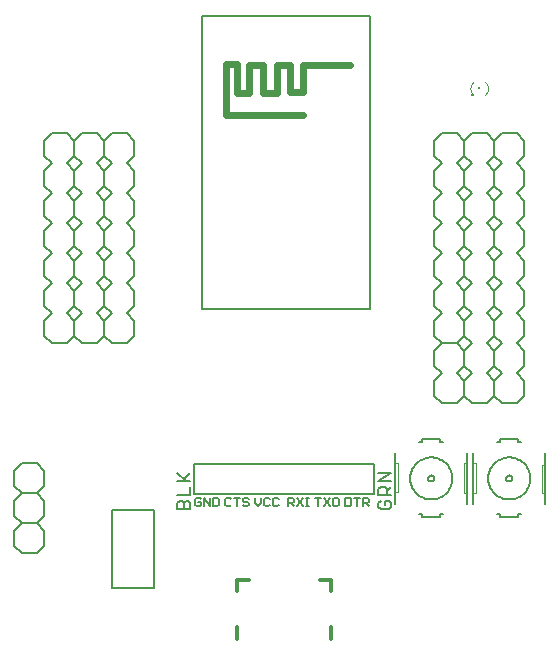
<source format=gto>
G75*
%MOIN*%
%OFA0B0*%
%FSLAX24Y24*%
%IPPOS*%
%LPD*%
%AMOC8*
5,1,8,0,0,1.08239X$1,22.5*
%
%ADD10C,0.0080*%
%ADD11C,0.0050*%
%ADD12C,0.0060*%
%ADD13C,0.0020*%
%ADD14C,0.0040*%
%ADD15R,0.0079X0.0079*%
%ADD16R,0.0098X0.0059*%
%ADD17C,0.0240*%
%ADD18C,0.0120*%
D10*
X009862Y005275D02*
X009862Y007856D01*
X011262Y007856D01*
X011262Y005275D01*
X009862Y005275D01*
X012051Y007894D02*
X012051Y008105D01*
X012122Y008175D01*
X012192Y008175D01*
X012262Y008105D01*
X012262Y007894D01*
X012472Y007894D02*
X012472Y008105D01*
X012402Y008175D01*
X012332Y008175D01*
X012262Y008105D01*
X012472Y007894D02*
X012051Y007894D01*
X012051Y008355D02*
X012472Y008355D01*
X012472Y008635D01*
X012472Y008815D02*
X012051Y008815D01*
X012262Y008885D02*
X012472Y009095D01*
X012332Y008815D02*
X012051Y009095D01*
X010362Y013416D02*
X009862Y013416D01*
X009612Y013666D01*
X009612Y014166D01*
X009362Y014416D01*
X009612Y014666D01*
X009612Y015166D01*
X009362Y015416D01*
X009612Y015666D01*
X009612Y016166D01*
X009362Y016416D01*
X009612Y016666D01*
X009612Y017166D01*
X009362Y017416D01*
X009612Y017666D01*
X009612Y018166D01*
X009362Y018416D01*
X009612Y018666D01*
X009612Y019166D01*
X009362Y019416D01*
X009612Y019666D01*
X009612Y020166D01*
X009362Y020416D01*
X008862Y020416D01*
X008612Y020166D01*
X008612Y019666D01*
X008862Y019416D01*
X008612Y019166D01*
X008612Y018666D01*
X008862Y018416D01*
X008612Y018166D01*
X008612Y017666D01*
X008862Y017416D01*
X008612Y017166D01*
X008612Y016666D01*
X008862Y016416D01*
X008612Y016166D01*
X008612Y015666D01*
X008862Y015416D01*
X008612Y015166D01*
X008612Y014666D01*
X008862Y014416D01*
X008612Y014166D01*
X008612Y013666D01*
X008862Y013416D01*
X009362Y013416D01*
X009612Y013666D01*
X009612Y014166D01*
X009862Y014416D01*
X009612Y014666D01*
X009612Y015166D01*
X009862Y015416D01*
X009612Y015666D01*
X009612Y016166D01*
X009862Y016416D01*
X009612Y016666D01*
X009612Y017166D01*
X009862Y017416D01*
X009612Y017666D01*
X009612Y018166D01*
X009862Y018416D01*
X009612Y018666D01*
X009612Y019166D01*
X009862Y019416D01*
X009612Y019666D01*
X009612Y020166D01*
X009862Y020416D01*
X010362Y020416D01*
X010612Y020166D01*
X010612Y019666D01*
X010362Y019416D01*
X010612Y019166D01*
X010612Y018666D01*
X010362Y018416D01*
X010612Y018166D01*
X010612Y017666D01*
X010362Y017416D01*
X010612Y017166D01*
X010612Y016666D01*
X010362Y016416D01*
X010612Y016166D01*
X010612Y015666D01*
X010362Y015416D01*
X010612Y015166D01*
X010612Y014666D01*
X010362Y014416D01*
X010612Y014166D01*
X010612Y013666D01*
X010362Y013416D01*
X008612Y013666D02*
X008612Y014166D01*
X008362Y014416D01*
X008612Y014666D01*
X008612Y015166D01*
X008362Y015416D01*
X008612Y015666D01*
X008612Y016166D01*
X008362Y016416D01*
X008612Y016666D01*
X008612Y017166D01*
X008362Y017416D01*
X008612Y017666D01*
X008612Y018166D01*
X008362Y018416D01*
X008612Y018666D01*
X008612Y019166D01*
X008362Y019416D01*
X008612Y019666D01*
X008612Y020166D01*
X008362Y020416D01*
X007862Y020416D01*
X007612Y020166D01*
X007612Y019666D01*
X007862Y019416D01*
X007612Y019166D01*
X007612Y018666D01*
X007862Y018416D01*
X007612Y018166D01*
X007612Y017666D01*
X007862Y017416D01*
X007612Y017166D01*
X007612Y016666D01*
X007862Y016416D01*
X007612Y016166D01*
X007612Y015666D01*
X007862Y015416D01*
X007612Y015166D01*
X007612Y014666D01*
X007862Y014416D01*
X007612Y014166D01*
X007612Y013666D01*
X007862Y013416D01*
X008362Y013416D01*
X008612Y013666D01*
X018751Y009095D02*
X019172Y009095D01*
X018751Y008815D01*
X019172Y008815D01*
X019172Y008635D02*
X019032Y008495D01*
X019032Y008565D02*
X019032Y008355D01*
X019172Y008355D02*
X018751Y008355D01*
X018751Y008565D01*
X018822Y008635D01*
X018962Y008635D01*
X019032Y008565D01*
X019102Y008175D02*
X018962Y008175D01*
X018962Y008035D01*
X019102Y008175D02*
X019172Y008105D01*
X019172Y007964D01*
X019102Y007894D01*
X018822Y007894D01*
X018751Y007964D01*
X018751Y008105D01*
X018822Y008175D01*
X020862Y011416D02*
X020612Y011666D01*
X020612Y012166D01*
X020862Y012416D01*
X020612Y012666D01*
X020612Y013166D01*
X020862Y013416D01*
X021362Y013416D01*
X021612Y013166D01*
X021862Y013416D01*
X021612Y013666D01*
X021612Y014166D01*
X021862Y014416D01*
X021612Y014666D01*
X021612Y015166D01*
X021862Y015416D01*
X021612Y015666D01*
X021612Y016166D01*
X021862Y016416D01*
X021612Y016666D01*
X021612Y017166D01*
X021862Y017416D01*
X021612Y017666D01*
X021612Y018166D01*
X021862Y018416D01*
X021612Y018666D01*
X021612Y019166D01*
X021862Y019416D01*
X021612Y019666D01*
X021612Y020166D01*
X021862Y020416D01*
X022362Y020416D01*
X022612Y020166D01*
X022862Y020416D01*
X023362Y020416D01*
X023612Y020166D01*
X023612Y019666D01*
X023362Y019416D01*
X023612Y019166D01*
X023612Y018666D01*
X023362Y018416D01*
X023612Y018166D01*
X023612Y017666D01*
X023362Y017416D01*
X023612Y017166D01*
X023612Y016666D01*
X023362Y016416D01*
X023612Y016166D01*
X023612Y015666D01*
X023362Y015416D01*
X023612Y015166D01*
X023612Y014666D01*
X023362Y014416D01*
X023612Y014166D01*
X023612Y013666D01*
X023362Y013416D01*
X023612Y013166D01*
X023612Y012666D01*
X023362Y012416D01*
X023612Y012166D01*
X023612Y011666D01*
X023362Y011416D01*
X022862Y011416D01*
X022612Y011666D01*
X022612Y012166D01*
X022862Y012416D01*
X022612Y012666D01*
X022612Y013166D01*
X022862Y013416D01*
X022612Y013666D01*
X022612Y014166D01*
X022862Y014416D01*
X022612Y014666D01*
X022612Y015166D01*
X022862Y015416D01*
X022612Y015666D01*
X022612Y016166D01*
X022862Y016416D01*
X022612Y016666D01*
X022612Y017166D01*
X022862Y017416D01*
X022612Y017666D01*
X022612Y018166D01*
X022862Y018416D01*
X022612Y018666D01*
X022612Y019166D01*
X022862Y019416D01*
X022612Y019666D01*
X022612Y020166D01*
X022612Y019666D01*
X022362Y019416D01*
X022612Y019166D01*
X022612Y018666D01*
X022362Y018416D01*
X022612Y018166D01*
X022612Y017666D01*
X022362Y017416D01*
X022612Y017166D01*
X022612Y016666D01*
X022362Y016416D01*
X022612Y016166D01*
X022612Y015666D01*
X022362Y015416D01*
X022612Y015166D01*
X022612Y014666D01*
X022362Y014416D01*
X022612Y014166D01*
X022612Y013666D01*
X022362Y013416D01*
X022612Y013166D01*
X022612Y012666D01*
X022362Y012416D01*
X022612Y012166D01*
X022612Y011666D01*
X022362Y011416D01*
X021862Y011416D01*
X021612Y011666D01*
X021612Y012166D01*
X021862Y012416D01*
X021612Y012666D01*
X021612Y013166D01*
X021612Y012666D01*
X021362Y012416D01*
X021612Y012166D01*
X021612Y011666D01*
X021362Y011416D01*
X020862Y011416D01*
X020862Y013416D02*
X021362Y013416D01*
X021612Y013666D01*
X021612Y014166D01*
X021362Y014416D01*
X021612Y014666D01*
X021612Y015166D01*
X021362Y015416D01*
X021612Y015666D01*
X021612Y016166D01*
X021362Y016416D01*
X021612Y016666D01*
X021612Y017166D01*
X021362Y017416D01*
X021612Y017666D01*
X021612Y018166D01*
X021362Y018416D01*
X021612Y018666D01*
X021612Y019166D01*
X021362Y019416D01*
X021612Y019666D01*
X021612Y020166D01*
X021362Y020416D01*
X020862Y020416D01*
X020612Y020166D01*
X020612Y019666D01*
X020862Y019416D01*
X020612Y019166D01*
X020612Y018666D01*
X020862Y018416D01*
X020612Y018166D01*
X020612Y017666D01*
X020862Y017416D01*
X020612Y017166D01*
X020612Y016666D01*
X020862Y016416D01*
X020612Y016166D01*
X020612Y015666D01*
X020862Y015416D01*
X020612Y015166D01*
X020612Y014666D01*
X020862Y014416D01*
X020612Y014166D01*
X020612Y013666D01*
X020862Y013416D01*
D11*
X018481Y014571D02*
X018481Y021321D01*
X018481Y024321D01*
X012856Y024321D01*
X012856Y021321D01*
X012856Y014571D01*
X018481Y014571D01*
X018612Y009386D02*
X018612Y008386D01*
X012612Y008386D01*
X012612Y009386D01*
X018612Y009386D01*
X018377Y008261D02*
X018422Y008216D01*
X018422Y008126D01*
X018377Y008081D01*
X018242Y008081D01*
X018332Y008081D02*
X018422Y007991D01*
X018242Y007991D02*
X018242Y008261D01*
X018377Y008261D01*
X018128Y008261D02*
X017948Y008261D01*
X018038Y008261D02*
X018038Y007991D01*
X017833Y008036D02*
X017833Y008216D01*
X017788Y008261D01*
X017653Y008261D01*
X017653Y007991D01*
X017788Y007991D01*
X017833Y008036D01*
X017422Y008036D02*
X017377Y007991D01*
X017287Y007991D01*
X017242Y008036D01*
X017242Y008216D01*
X017287Y008261D01*
X017377Y008261D01*
X017422Y008216D01*
X017422Y008036D01*
X017128Y007991D02*
X016948Y008261D01*
X016833Y008261D02*
X016653Y008261D01*
X016743Y008261D02*
X016743Y007991D01*
X016948Y007991D02*
X017128Y008261D01*
X016430Y008261D02*
X016340Y008261D01*
X016385Y008261D02*
X016385Y007991D01*
X016340Y007991D02*
X016430Y007991D01*
X016226Y007991D02*
X016046Y008261D01*
X015931Y008216D02*
X015931Y008126D01*
X015886Y008081D01*
X015751Y008081D01*
X015841Y008081D02*
X015931Y007991D01*
X016046Y007991D02*
X016226Y008261D01*
X015931Y008216D02*
X015886Y008261D01*
X015751Y008261D01*
X015751Y007991D01*
X015422Y008036D02*
X015377Y007991D01*
X015287Y007991D01*
X015242Y008036D01*
X015242Y008216D01*
X015287Y008261D01*
X015377Y008261D01*
X015422Y008216D01*
X015128Y008216D02*
X015083Y008261D01*
X014993Y008261D01*
X014948Y008216D01*
X014948Y008036D01*
X014993Y007991D01*
X015083Y007991D01*
X015128Y008036D01*
X014833Y008081D02*
X014833Y008261D01*
X014653Y008261D02*
X014653Y008081D01*
X014743Y007991D01*
X014833Y008081D01*
X014422Y008081D02*
X014422Y008036D01*
X014377Y007991D01*
X014287Y007991D01*
X014242Y008036D01*
X014287Y008126D02*
X014377Y008126D01*
X014422Y008081D01*
X014422Y008216D02*
X014377Y008261D01*
X014287Y008261D01*
X014242Y008216D01*
X014242Y008171D01*
X014287Y008126D01*
X014128Y008261D02*
X013948Y008261D01*
X014038Y008261D02*
X014038Y007991D01*
X013833Y008036D02*
X013788Y007991D01*
X013698Y007991D01*
X013653Y008036D01*
X013653Y008216D01*
X013698Y008261D01*
X013788Y008261D01*
X013833Y008216D01*
X013422Y008216D02*
X013377Y008261D01*
X013242Y008261D01*
X013242Y007991D01*
X013377Y007991D01*
X013422Y008036D01*
X013422Y008216D01*
X013128Y008261D02*
X013128Y007991D01*
X012948Y008261D01*
X012948Y007991D01*
X012833Y008036D02*
X012788Y007991D01*
X012698Y007991D01*
X012653Y008036D01*
X012653Y008216D01*
X012698Y008261D01*
X012788Y008261D01*
X012833Y008216D01*
X012833Y008126D02*
X012743Y008126D01*
X012833Y008126D02*
X012833Y008036D01*
D12*
X006862Y006416D02*
X006612Y006666D01*
X006612Y007166D01*
X006862Y007416D01*
X006612Y007666D01*
X006612Y008166D01*
X006862Y008416D01*
X006612Y008666D01*
X006612Y009166D01*
X006862Y009416D01*
X007362Y009416D01*
X007612Y009166D01*
X007612Y008666D01*
X007362Y008416D01*
X007612Y008166D01*
X007612Y007666D01*
X007362Y007416D01*
X007612Y007166D01*
X007612Y006666D01*
X007362Y006416D01*
X006862Y006416D01*
X006862Y007416D02*
X007362Y007416D01*
X007362Y008416D02*
X006862Y008416D01*
X019312Y008466D02*
X019312Y008066D01*
X019312Y008466D02*
X019312Y009416D01*
X019312Y009766D01*
X020112Y010116D02*
X020212Y010116D01*
X020212Y010216D01*
X020812Y010216D01*
X020812Y010116D01*
X020912Y010116D01*
X021712Y009766D02*
X021712Y009416D01*
X021712Y008416D01*
X021712Y008066D01*
X021912Y008066D02*
X021912Y008416D01*
X021912Y009416D01*
X021912Y009766D01*
X022712Y010116D02*
X022812Y010116D01*
X022812Y010216D01*
X023412Y010216D01*
X023412Y010116D01*
X023512Y010116D01*
X024312Y009766D02*
X024312Y009366D01*
X024312Y008416D01*
X024312Y008066D01*
X023512Y007716D02*
X023412Y007716D01*
X023412Y007616D01*
X022812Y007616D01*
X022812Y007716D01*
X022712Y007716D01*
X023012Y008916D02*
X023014Y008936D01*
X023020Y008954D01*
X023029Y008972D01*
X023041Y008987D01*
X023056Y008999D01*
X023074Y009008D01*
X023092Y009014D01*
X023112Y009016D01*
X023132Y009014D01*
X023150Y009008D01*
X023168Y008999D01*
X023183Y008987D01*
X023195Y008972D01*
X023204Y008954D01*
X023210Y008936D01*
X023212Y008916D01*
X023210Y008896D01*
X023204Y008878D01*
X023195Y008860D01*
X023183Y008845D01*
X023168Y008833D01*
X023150Y008824D01*
X023132Y008818D01*
X023112Y008816D01*
X023092Y008818D01*
X023074Y008824D01*
X023056Y008833D01*
X023041Y008845D01*
X023029Y008860D01*
X023020Y008878D01*
X023014Y008896D01*
X023012Y008916D01*
X022412Y008916D02*
X022414Y008968D01*
X022420Y009020D01*
X022430Y009072D01*
X022443Y009122D01*
X022460Y009172D01*
X022481Y009220D01*
X022506Y009266D01*
X022534Y009310D01*
X022565Y009352D01*
X022599Y009392D01*
X022636Y009429D01*
X022676Y009463D01*
X022718Y009494D01*
X022762Y009522D01*
X022808Y009547D01*
X022856Y009568D01*
X022906Y009585D01*
X022956Y009598D01*
X023008Y009608D01*
X023060Y009614D01*
X023112Y009616D01*
X023164Y009614D01*
X023216Y009608D01*
X023268Y009598D01*
X023318Y009585D01*
X023368Y009568D01*
X023416Y009547D01*
X023462Y009522D01*
X023506Y009494D01*
X023548Y009463D01*
X023588Y009429D01*
X023625Y009392D01*
X023659Y009352D01*
X023690Y009310D01*
X023718Y009266D01*
X023743Y009220D01*
X023764Y009172D01*
X023781Y009122D01*
X023794Y009072D01*
X023804Y009020D01*
X023810Y008968D01*
X023812Y008916D01*
X023810Y008864D01*
X023804Y008812D01*
X023794Y008760D01*
X023781Y008710D01*
X023764Y008660D01*
X023743Y008612D01*
X023718Y008566D01*
X023690Y008522D01*
X023659Y008480D01*
X023625Y008440D01*
X023588Y008403D01*
X023548Y008369D01*
X023506Y008338D01*
X023462Y008310D01*
X023416Y008285D01*
X023368Y008264D01*
X023318Y008247D01*
X023268Y008234D01*
X023216Y008224D01*
X023164Y008218D01*
X023112Y008216D01*
X023060Y008218D01*
X023008Y008224D01*
X022956Y008234D01*
X022906Y008247D01*
X022856Y008264D01*
X022808Y008285D01*
X022762Y008310D01*
X022718Y008338D01*
X022676Y008369D01*
X022636Y008403D01*
X022599Y008440D01*
X022565Y008480D01*
X022534Y008522D01*
X022506Y008566D01*
X022481Y008612D01*
X022460Y008660D01*
X022443Y008710D01*
X022430Y008760D01*
X022420Y008812D01*
X022414Y008864D01*
X022412Y008916D01*
X020912Y007716D02*
X020812Y007716D01*
X020812Y007616D01*
X020212Y007616D01*
X020212Y007716D01*
X020112Y007716D01*
X020412Y008916D02*
X020414Y008936D01*
X020420Y008954D01*
X020429Y008972D01*
X020441Y008987D01*
X020456Y008999D01*
X020474Y009008D01*
X020492Y009014D01*
X020512Y009016D01*
X020532Y009014D01*
X020550Y009008D01*
X020568Y008999D01*
X020583Y008987D01*
X020595Y008972D01*
X020604Y008954D01*
X020610Y008936D01*
X020612Y008916D01*
X020610Y008896D01*
X020604Y008878D01*
X020595Y008860D01*
X020583Y008845D01*
X020568Y008833D01*
X020550Y008824D01*
X020532Y008818D01*
X020512Y008816D01*
X020492Y008818D01*
X020474Y008824D01*
X020456Y008833D01*
X020441Y008845D01*
X020429Y008860D01*
X020420Y008878D01*
X020414Y008896D01*
X020412Y008916D01*
X019812Y008916D02*
X019814Y008968D01*
X019820Y009020D01*
X019830Y009072D01*
X019843Y009122D01*
X019860Y009172D01*
X019881Y009220D01*
X019906Y009266D01*
X019934Y009310D01*
X019965Y009352D01*
X019999Y009392D01*
X020036Y009429D01*
X020076Y009463D01*
X020118Y009494D01*
X020162Y009522D01*
X020208Y009547D01*
X020256Y009568D01*
X020306Y009585D01*
X020356Y009598D01*
X020408Y009608D01*
X020460Y009614D01*
X020512Y009616D01*
X020564Y009614D01*
X020616Y009608D01*
X020668Y009598D01*
X020718Y009585D01*
X020768Y009568D01*
X020816Y009547D01*
X020862Y009522D01*
X020906Y009494D01*
X020948Y009463D01*
X020988Y009429D01*
X021025Y009392D01*
X021059Y009352D01*
X021090Y009310D01*
X021118Y009266D01*
X021143Y009220D01*
X021164Y009172D01*
X021181Y009122D01*
X021194Y009072D01*
X021204Y009020D01*
X021210Y008968D01*
X021212Y008916D01*
X021210Y008864D01*
X021204Y008812D01*
X021194Y008760D01*
X021181Y008710D01*
X021164Y008660D01*
X021143Y008612D01*
X021118Y008566D01*
X021090Y008522D01*
X021059Y008480D01*
X021025Y008440D01*
X020988Y008403D01*
X020948Y008369D01*
X020906Y008338D01*
X020862Y008310D01*
X020816Y008285D01*
X020768Y008264D01*
X020718Y008247D01*
X020668Y008234D01*
X020616Y008224D01*
X020564Y008218D01*
X020512Y008216D01*
X020460Y008218D01*
X020408Y008224D01*
X020356Y008234D01*
X020306Y008247D01*
X020256Y008264D01*
X020208Y008285D01*
X020162Y008310D01*
X020118Y008338D01*
X020076Y008369D01*
X020036Y008403D01*
X019999Y008440D01*
X019965Y008480D01*
X019934Y008522D01*
X019906Y008566D01*
X019881Y008612D01*
X019860Y008660D01*
X019843Y008710D01*
X019830Y008760D01*
X019820Y008812D01*
X019814Y008864D01*
X019812Y008916D01*
D13*
X019412Y008466D02*
X019312Y008466D01*
X019412Y008466D02*
X019412Y009416D01*
X019312Y009416D01*
X021612Y009416D02*
X021612Y008416D01*
X021712Y008416D01*
X021912Y008416D02*
X022012Y008416D01*
X022012Y009416D01*
X021912Y009416D01*
X021712Y009416D02*
X021612Y009416D01*
X024212Y009366D02*
X024212Y008416D01*
X024312Y008416D01*
X024312Y009366D02*
X024212Y009366D01*
D14*
X022309Y021699D02*
X022332Y021722D01*
X022352Y021748D01*
X022369Y021776D01*
X022383Y021805D01*
X022394Y021836D01*
X022401Y021867D01*
X022405Y021900D01*
X022405Y021932D01*
X022401Y021965D01*
X022394Y021996D01*
X022383Y022027D01*
X022369Y022056D01*
X022352Y022084D01*
X022332Y022110D01*
X022309Y022133D01*
X021915Y022133D02*
X021892Y022110D01*
X021872Y022084D01*
X021855Y022056D01*
X021841Y022027D01*
X021830Y021996D01*
X021823Y021965D01*
X021819Y021932D01*
X021819Y021900D01*
X021823Y021867D01*
X021830Y021836D01*
X021841Y021805D01*
X021855Y021776D01*
X021872Y021748D01*
X021892Y021722D01*
X021915Y021699D01*
D15*
X022112Y021916D03*
D16*
X021885Y021709D03*
D17*
X017817Y022691D02*
X016242Y022691D01*
X016242Y021813D01*
X015809Y021813D01*
X015809Y022691D01*
X015376Y022691D01*
X015376Y021774D01*
X014903Y021774D01*
X014903Y022691D01*
X014431Y022691D01*
X014431Y021774D01*
X014037Y021774D01*
X014037Y022731D01*
X013683Y022731D01*
X013683Y021301D01*
X013683Y021262D02*
X013683Y021026D01*
X016242Y021026D01*
D18*
X016793Y005547D02*
X017187Y005547D01*
X017187Y005153D01*
X017187Y003972D02*
X017187Y003578D01*
X014431Y005547D02*
X014037Y005547D01*
X014040Y005540D02*
X014040Y005153D01*
X014037Y005153D01*
X014037Y003972D02*
X014037Y003578D01*
M02*

</source>
